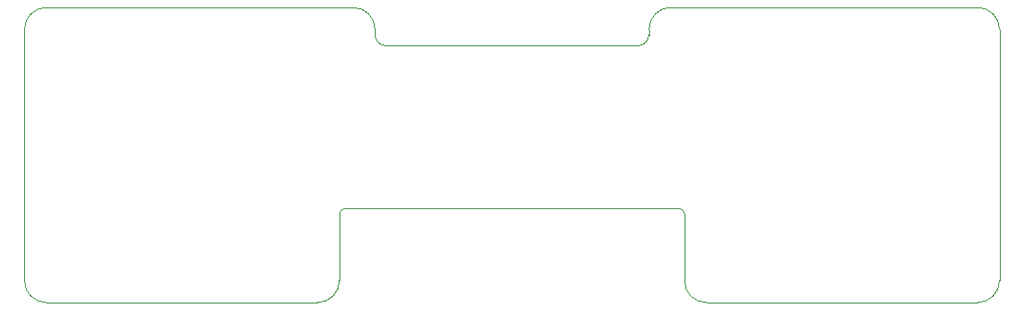
<source format=gko>
G04 Layer_Color=16711935*
%FSLAX44Y44*%
%MOMM*%
G71*
G01*
G75*
%ADD72C,0.0127*%
D72*
X570400Y238100D02*
G03*
X550400Y218100I0J-20000D01*
G01*
X540400Y203100D02*
G03*
X550400Y213100I0J10000D01*
G01*
X300400D02*
G03*
X310400Y203100I10000J0D01*
G01*
X300400Y218100D02*
G03*
X280400Y238100I-20000J0D01*
G01*
X400D02*
G03*
X-19600Y218100I0J-20000D01*
G01*
Y-11900D02*
G03*
X400Y-31900I20000J0D01*
G01*
X247900D02*
G03*
X267900Y-11900I0J20000D01*
G01*
X272900Y54100D02*
G03*
X267900Y49100I0J-5000D01*
G01*
X582900D02*
G03*
X577900Y54100I-5000J0D01*
G01*
X582900Y-11900D02*
G03*
X602900Y-31900I20000J0D01*
G01*
X850400D02*
G03*
X870400Y-11900I0J20000D01*
G01*
Y218100D02*
G03*
X850400Y238100I-20000J0D01*
G01*
X550400Y213100D02*
Y218100D01*
X310400Y203100D02*
X540400D01*
X300400Y213100D02*
Y218100D01*
X400Y238100D02*
X280400D01*
X-19600Y-11900D02*
Y218100D01*
X400Y-31900D02*
X247900D01*
X267900Y-11900D02*
Y49100D01*
X272900Y54100D02*
X577900D01*
X582900Y-11900D02*
Y49100D01*
X602900Y-31900D02*
X850400D01*
X870400Y-11900D02*
Y218100D01*
X570400Y238100D02*
X850400D01*
M02*

</source>
